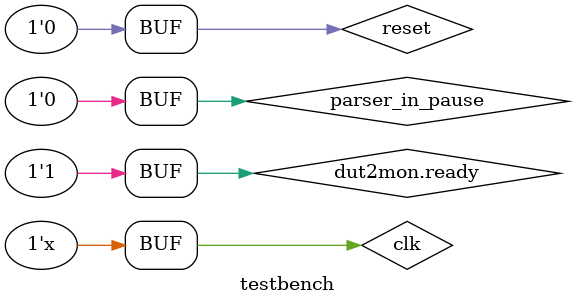
<source format=sv>
`timescale 1ns / 1ps

module testbench;

   parameter DATA_WIDTH = 64;
   parameter MAX_HEADER_SIZE = 10;
   parameter PCAP_FILENAME = "out.pcap";
   parameter NUM_NOC_VC = 2;
   parameter NOC_RADIX = 16;
   
   
   logic clk;
   logic reset;
   
   logic [$clog2(NUM_NOC_VC)-1:0] vc_id;
   logic [$clog2(NOC_RADIX)-1:0]  noc_dst;
      
   
   // generate clock
   initial clk = 1'b1;
   always #6400 clk = ~clk; // 156.25 MHz clock

   initial begin
      reset = 1'b0;
      #50;
      reset = 1'b1;
      #20000;
      reset = 1'b0;
   end

   assign parser_in_pause = reset;
   
   avalonST #(.WIDTH(DATA_WIDTH)) pcap2dut ();
   avalonST #(.WIDTH(DATA_WIDTH)) dut2mon ();
   
   pcapreader64 #(.PCAP_FILENAME(PCAP_FILENAME)) pcapreader (.clk(clk),
							     .o_finished(finished),
							     .out(pcap2dut));
   
            
   txr_to_noc #(.DATA_WIDTH(DATA_WIDTH),
		.MAX_HEADER_SIZE(MAX_HEADER_SIZE),
		.NUM_NOC_VC(NUM_NOC_VC),
		.NOC_RADIX(NOC_RADIX)) dut (.clk(clk),
					    .reset(reset),
					    .in(pcap2dut),
					    .out(dut2mon),
					    .o_vc_id(vc_id),
					    .o_noc_dst(noc_dst));
   
   assign dut2mon.ready = 1'b1;
   
   int pkt_sent_r, pkt_sent_next;
   int pkt_rec_r, pkt_rec_next;

   always_ff @(posedge clk) pkt_sent_r <= (reset) ? 'b0 : pkt_sent_next;
   always_ff @(posedge clk) pkt_rec_r <= (reset) ? 'b0 : pkt_rec_next;

   always_comb begin
      
      pkt_sent_next = pkt_sent_r;
      pkt_rec_next = pkt_rec_r;

      if (pcap2dut.valid && pcap2dut.sop) pkt_sent_next = pkt_sent_r + 1;
      if (dut2mon.valid && 
	  dut2mon.sop && 
	  !dut2mon.data[DATA_WIDTH-1])   
	pkt_rec_next  = pkt_rec_r + 1;
      
   end

   always_ff @(posedge clk) begin
      
      if (dut2mon.valid) $display("SOP: %b, EOP: %b, Empty: %d, Data: %h, NoC_dst: %d",dut2mon.sop,dut2mon.eop,dut2mon.empty,dut2mon.data,noc_dst);
      
      //if ((pkt_rec_r == pkt_sent_r) && finished && dut2mon.eop) $finish;
      
   end
           						      
endmodule
   

</source>
